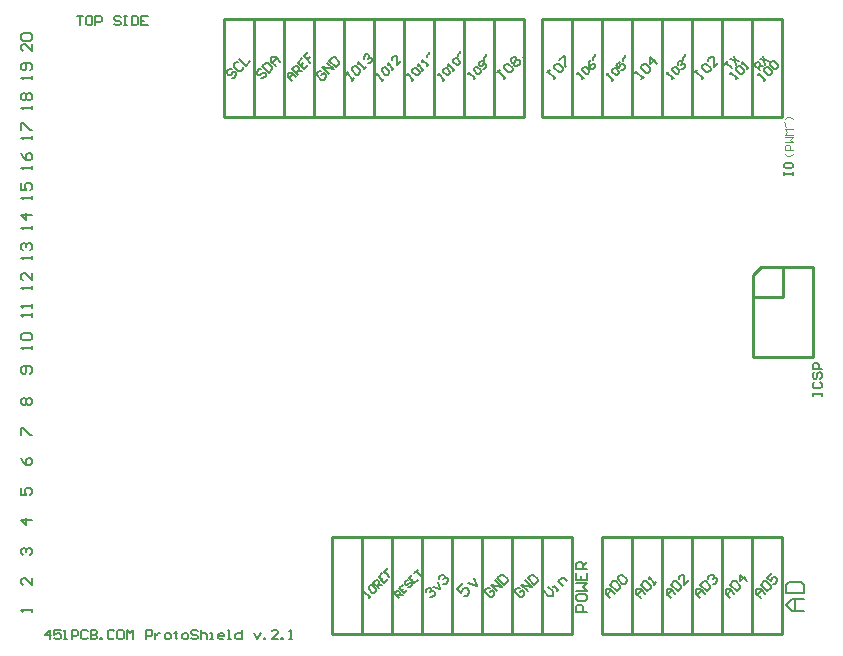
<source format=gto>
%FSTAX23Y23*%
%MOIN*%
%SFA1B1*%

%IPPOS*%
%ADD16C,0.010000*%
%ADD17C,0.007870*%
%ADD18C,0.005910*%
%ADD19C,0.005000*%
%ADD20C,0.005120*%
%ADD21C,0.004920*%
%LNArduino-UNO-ProtoShield-v2.1-1*%
%LPD*%
G54D16*
X0175Y0175D02*
Y0205D01*
X0185Y0175D02*
Y02075D01*
X0195Y0175D02*
Y02075D01*
X0205Y0175D02*
Y02075D01*
X0215Y0175D02*
Y02075D01*
X0225Y0175D02*
Y02075D01*
X0245Y0175D02*
Y02075D01*
X0255Y0175D02*
Y0205D01*
X0069Y0175D02*
Y0205D01*
X0079Y0175D02*
Y02075D01*
X0089Y0175D02*
Y02075D01*
X0099Y0175D02*
Y02075D01*
X0109Y0175D02*
Y02075D01*
X0119Y0175D02*
Y02075D01*
X0129Y0175D02*
Y02075D01*
X0139Y0175D02*
Y02075D01*
X0149Y0175D02*
Y02075D01*
X0159Y0175D02*
Y02075D01*
X0255Y0005D02*
Y0035D01*
X0245Y00025D02*
Y0035D01*
X0235Y00025D02*
Y0035D01*
X0225Y00025D02*
Y0035D01*
X0215Y00025D02*
Y0035D01*
X0205Y00025D02*
Y0035D01*
X0195Y0005D02*
Y0035D01*
X0185Y0005D02*
Y0035D01*
X0175Y00025D02*
Y0035D01*
X0165Y00025D02*
Y0035D01*
X0155Y00025D02*
Y0035D01*
X0145Y00025D02*
Y0035D01*
X0125Y00025D02*
Y0035D01*
X0105Y0005D02*
Y0035D01*
X0115Y00025D02*
Y0035D01*
X0105Y00225D02*
Y0035D01*
X0185*
Y00225D02*
Y0035D01*
Y00025D02*
Y0015D01*
X0105Y00025D02*
Y0015D01*
Y00025D02*
X0185D01*
X0255Y0175D02*
Y01875D01*
X0175Y0175D02*
Y01875D01*
Y0175D02*
X0255D01*
X0175Y0195D02*
Y02075D01*
X0255*
Y0195D02*
Y02075D01*
X0169Y0175D02*
Y01875D01*
X0159Y0175D02*
X0169D01*
X0069D02*
Y01875D01*
Y0175D02*
X0159D01*
X01615Y02075D02*
X0169D01*
X0069Y0195D02*
Y02075D01*
X01615*
X0195Y001D02*
Y0015D01*
X0255Y0005D02*
Y0015D01*
X0195Y00025D02*
Y001D01*
Y00025D02*
X02D01*
X0255*
Y0005*
X0235Y0175D02*
Y02075D01*
X0255Y00225D02*
Y0025D01*
X0195Y00225D02*
Y003D01*
X0205Y0035D02*
X0255D01*
Y0025D02*
Y0035D01*
X0195Y003D02*
Y0035D01*
X0205*
X01689Y0195D02*
X0169D01*
Y02075*
Y0175D02*
Y0205D01*
X0135Y00025D02*
Y0035D01*
X02455Y00948D02*
X02655D01*
Y01248*
X02455Y01148D02*
X02555D01*
Y01248*
X02455Y01223D02*
X0248Y01248D01*
X02655*
X02455Y00948D02*
Y01223D01*
X0255Y00225D02*
Y0025D01*
G54D18*
X019Y001D02*
X01864D01*
Y00117*
X0187Y00123*
X01882*
X01888Y00117*
Y001*
X01864Y00153D02*
Y00141D01*
X0187Y00135*
X01894*
X019Y00141*
Y00153*
X01894Y00159*
X0187*
X01864Y00153*
Y0017D02*
X019D01*
X01888Y00182*
X019Y00194*
X01864*
Y00229D02*
Y00206D01*
X019*
Y00229*
X01882Y00206D02*
Y00218D01*
X019Y00241D02*
X01864D01*
Y00259*
X0187Y00265*
X01882*
X01888Y00259*
Y00241*
Y00253D02*
X019Y00265D01*
X02559Y01555D02*
Y01564D01*
Y01559*
X02586*
Y01555*
Y01564*
X02559Y01591D02*
Y01582D01*
X02563Y01578*
X02582*
X02586Y01582*
Y01591*
X02582Y01596*
X02563*
X02559Y01591*
X02653Y00818D02*
Y00829D01*
Y00824*
X02685*
Y00818*
Y00829*
X02658Y00866D02*
X02653Y0086D01*
Y0085*
X02658Y00845*
X02679*
X02685Y0085*
Y0086*
X02679Y00866*
X02658Y00897D02*
X02653Y00892D01*
Y00881*
X02658Y00876*
X02664*
X02669Y00881*
Y00892*
X02674Y00897*
X02679*
X02685Y00892*
Y00881*
X02679Y00876*
X02685Y00908D02*
X02653D01*
Y00923*
X02658Y00929*
X02669*
X02674Y00923*
Y00908*
X0011Y00007D02*
Y00039D01*
X00094Y00023*
X00115*
X00146Y00039D02*
X00125D01*
Y00023*
X00136Y00028*
X00141*
X00146Y00023*
Y00013*
X00141Y00007*
X00131*
X00125Y00013*
X00157Y00007D02*
X00167D01*
X00162*
Y00039*
X00157Y00034*
X00183Y00007D02*
Y00039D01*
X00199*
X00204Y00034*
Y00023*
X00199Y00018*
X00183*
X00236Y00034D02*
X0023Y00039D01*
X0022*
X00215Y00034*
Y00013*
X0022Y00007*
X0023*
X00236Y00013*
X00246Y00039D02*
Y00007D01*
X00262*
X00267Y00013*
Y00018*
X00262Y00023*
X00246*
X00262*
X00267Y00028*
Y00034*
X00262Y00039*
X00246*
X00278Y00007D02*
Y00013D01*
X00283*
Y00007*
X00278*
X00325Y00034D02*
X0032Y00039D01*
X00309*
X00304Y00034*
Y00013*
X00309Y00007*
X0032*
X00325Y00013*
X00351Y00039D02*
X00341D01*
X00335Y00034*
Y00013*
X00341Y00007*
X00351*
X00356Y00013*
Y00034*
X00351Y00039*
X00367Y00007D02*
Y00039D01*
X00377Y00028*
X00388Y00039*
Y00007*
X0043D02*
Y00039D01*
X00446*
X00451Y00034*
Y00023*
X00446Y00018*
X0043*
X00461Y00028D02*
Y00007D01*
Y00018*
X00467Y00023*
X00472Y00028*
X00477*
X00498Y00007D02*
X00509D01*
X00514Y00013*
Y00023*
X00509Y00028*
X00498*
X00493Y00023*
Y00013*
X00498Y00007*
X0053Y00034D02*
Y00028D01*
X00524*
X00535*
X0053*
Y00013*
X00535Y00007*
X00556D02*
X00566D01*
X00572Y00013*
Y00023*
X00566Y00028*
X00556*
X00551Y00023*
Y00013*
X00556Y00007*
X00603Y00034D02*
X00598Y00039D01*
X00587*
X00582Y00034*
Y00028*
X00587Y00023*
X00598*
X00603Y00018*
Y00013*
X00598Y00007*
X00587*
X00582Y00013*
X00614Y00039D02*
Y00007D01*
Y00023*
X00619Y00028*
X00629*
X00635Y00023*
Y00007*
X00645D02*
X00655D01*
X0065*
Y00028*
X00645*
X00687Y00007D02*
X00676D01*
X00671Y00013*
Y00023*
X00676Y00028*
X00687*
X00692Y00023*
Y00018*
X00671*
X00703Y00007D02*
X00713D01*
X00708*
Y00039*
X00703*
X0075D02*
Y00007D01*
X00734*
X00729Y00013*
Y00023*
X00734Y00028*
X0075*
X00792D02*
X00802Y00007D01*
X00813Y00028*
X00823Y00007D02*
Y00013D01*
X00829*
Y00007*
X00823*
X00871D02*
X0085D01*
X00871Y00028*
Y00034*
X00865Y00039*
X00855*
X0085Y00034*
X00881Y00007D02*
Y00013D01*
X00886*
Y00007*
X00881*
X00907D02*
X00918D01*
X00913*
Y00039*
X00907Y00034*
X00051Y00098D02*
Y0011D01*
Y00104*
X00015*
X00021Y00098*
X02472Y01889D02*
X02479Y01896D01*
X02475Y01892*
X02495Y01873*
X02492Y0187*
X02498Y01876*
Y01915D02*
X02492Y01909D01*
Y01902*
X02505Y01889*
X02511*
X02518Y01896*
Y01902*
X02505Y01915*
X02498*
X02511Y01922D02*
Y01928D01*
X02518Y01935*
X02524*
X02537Y01922*
Y01915*
X02531Y01909*
X02524*
X02511Y01922*
X02378Y01893D02*
X02384Y01899D01*
X02381Y01896*
X024Y01877*
X02397Y01874*
X02404Y0188*
Y01919D02*
X02397Y01912D01*
Y01906*
X0241Y01893*
X02417*
X02423Y01899*
Y01906*
X0241Y01919*
X02404*
X02433Y01909D02*
X02439Y01916D01*
X02436Y01912*
X02417Y01932*
Y01925*
X02261Y01897D02*
X02268Y01904D01*
X02264Y019*
X02287Y01878*
X02283Y01875*
X0229Y01882*
Y01926D02*
X02283Y01919D01*
Y01912*
X02298Y01897*
X02305*
X02313Y01904*
Y01912*
X02298Y01926*
X0229*
X02339Y0193D02*
X02324Y01915D01*
Y01945*
X0232Y01949*
X02313*
X02305Y01941*
Y01934*
X0206Y01896D02*
X02067Y01903D01*
X02064Y01899*
X02086Y01877*
X02082Y01874*
X0209Y01881*
Y01925D02*
X02082Y01918D01*
Y01911*
X02097Y01896*
X02104*
X02112Y01903*
Y01911*
X02097Y01925*
X0209*
X02134D02*
X02112Y01948D01*
Y01925*
X02127Y0194*
X01769Y01897D02*
X01776Y01904D01*
X01772Y019*
X01795Y01878*
X01791Y01875*
X01798Y01882*
Y01926D02*
X01791Y01919D01*
Y01912*
X01806Y01897*
X01813*
X01821Y01904*
Y01912*
X01806Y01926*
X01798*
X01809Y01938D02*
X01824Y01952D01*
X01828Y01949*
Y01919*
X01832Y01915*
X01602Y01897D02*
X0161Y01904D01*
X01606Y019*
X01628Y01878*
X01625Y01875*
X01632Y01882*
Y01926D02*
X01625Y01919D01*
Y01912*
X01639Y01897*
X01647*
X01654Y01904*
Y01912*
X01639Y01926*
X01632*
X01647Y01934D02*
Y01941D01*
X01654Y01949*
X01662*
X01665Y01945*
Y01938*
X01673*
X01676Y01934*
Y01926*
X01669Y01919*
X01662*
X01658Y01923*
Y0193*
X0165*
X01647Y01934*
X01658Y0193D02*
X01665Y01938D01*
X00815Y01907D02*
X00807D01*
X008Y01899*
Y01892*
X00804Y01888*
X00811*
X00818Y01896*
X00826*
X0083Y01892*
Y01885*
X00822Y01877*
X00815*
X00818Y01918D02*
X00841Y01896D01*
X00852Y01907*
Y01914*
X00837Y01929*
X0083*
X00818Y01918*
X00863D02*
X00848Y01933D01*
Y01948*
X00863*
X00878Y01933*
X00867Y01944*
X00852Y01929*
X00716Y01909D02*
X00709D01*
X00701Y01901*
Y01894*
X00705Y0189*
X00713*
X0072Y01898*
X00727*
X00731Y01894*
Y01887*
X00724Y01879*
X00716*
X00739Y01931D02*
X00731D01*
X00724Y01924*
Y01916*
X00739Y01901*
X00746*
X00753Y01909*
Y01916*
X00742Y01942D02*
X00765Y0192D01*
X00779Y01935*
X01363Y00164D02*
Y00171D01*
X0137Y00179*
X01378*
X01381Y00175*
Y00167*
X01378Y00164*
X01381Y00167*
X01389*
X01393Y00164*
Y00156*
X01385Y00149*
X01378*
X01389Y00182D02*
X01411Y00175D01*
X01404Y00197*
X01407Y00208D02*
Y00216D01*
X01415Y00223*
X01422*
X01426Y00219*
Y00212*
X01422Y00208*
X01426Y00212*
X01433*
X01437Y00208*
Y00201*
X0143Y00193*
X01422*
X01757Y00167D02*
X01772Y00153D01*
X01786*
Y00167*
X01772Y00182*
X01801Y00167D02*
X01809Y00175D01*
X01805Y00171*
X0179Y00186*
X01786Y00182*
X0182Y00186D02*
X01805Y00201D01*
X01816Y00212*
X01824*
X01835Y00201*
X01978Y00145D02*
X01963Y0016D01*
Y00175*
X01978*
X01993Y0016*
X01982Y00171*
X01967Y00156*
X01978Y0019D02*
X02Y00167D01*
X02011Y00179*
Y00186*
X01996Y00201*
X01989*
X01978Y0019*
X02004Y00208D02*
Y00216D01*
X02011Y00223*
X02019*
X02034Y00208*
Y00201*
X02026Y00193*
X02019*
X02004Y00208*
X0208Y00145D02*
X02065Y0016D01*
Y00175*
X0208*
X02095Y0016*
X02084Y00171*
X02069Y00156*
X0208Y0019D02*
X02102Y00167D01*
X02114Y00179*
Y00186*
X02099Y00201*
X02091*
X0208Y0019*
X02125D02*
X02132Y00197D01*
X02128Y00193*
X02106Y00216*
Y00208*
X02181Y00145D02*
X02166Y0016D01*
Y00175*
X02181*
X02195Y0016*
X02184Y00171*
X02169Y00156*
X02181Y0019D02*
X02203Y00167D01*
X02214Y00179*
Y00186*
X02199Y00201*
X02192*
X02181Y0019*
X0224Y00205D02*
X02225Y0019D01*
Y00219*
X02221Y00223*
X02214*
X02207Y00216*
Y00208*
X02279Y00145D02*
X02264Y0016D01*
Y00175*
X02279*
X02294Y0016*
X02283Y00171*
X02268Y00156*
X02279Y0019D02*
X02301Y00167D01*
X02312Y00179*
Y00186*
X02298Y00201*
X0229*
X02279Y0019*
X02305Y00208D02*
Y00216D01*
X02312Y00223*
X0232*
X02324Y00219*
Y00212*
X0232Y00208*
X02324Y00212*
X02331*
X02335Y00208*
Y00201*
X02327Y00193*
X0232*
X02377Y00145D02*
X02363Y0016D01*
Y00175*
X02377*
X02392Y0016*
X02381Y00171*
X02366Y00156*
X02377Y0019D02*
X024Y00167D01*
X02411Y00179*
Y00186*
X02396Y00201*
X02389*
X02377Y0019*
X02433Y00201D02*
X02411Y00223D01*
Y00201*
X02426Y00216*
X0248Y00145D02*
X02465Y0016D01*
Y00175*
X0248*
X02495Y0016*
X02484Y00171*
X02469Y00156*
X0248Y0019D02*
X02502Y00167D01*
X02513Y00179*
Y00186*
X02498Y00201*
X02491*
X0248Y0019*
X02517Y00227D02*
X02502Y00212D01*
X02513Y00201*
X02517Y00212*
X02521Y00216*
X02528*
X02535Y00208*
Y00201*
X02528Y00193*
X02521*
X01486Y00194D02*
X01468Y00175D01*
X01482Y00161*
X01486Y00175*
X01491Y0018*
X015*
X01509Y0017*
Y00161*
X015Y00152*
X01491*
X01505Y00194D02*
X01533Y00184D01*
X01523Y00212*
X0005Y00212D02*
Y00188D01*
X00026Y00212*
X0002*
X00014Y00206*
Y00194*
X0002Y00188*
Y00288D02*
X00014Y00294D01*
Y00306*
X0002Y00312*
X00026*
X00032Y00306*
Y003*
Y00306*
X00038Y00312*
X00044*
X0005Y00306*
Y00294*
X00044Y00288*
X0005Y00406D02*
X00014D01*
X00032Y00388*
Y00412*
X00014Y00512D02*
Y00488D01*
X00032*
X00026Y005*
Y00506*
X00032Y00512*
X00044*
X0005Y00506*
Y00494*
X00044Y00488*
X00014Y00612D02*
X0002Y006D01*
X00032Y00588*
X00044*
X0005Y00594*
Y00606*
X00044Y00612*
X00038*
X00032Y00606*
Y00588*
X00014Y00688D02*
Y00712D01*
X0002*
X00044Y00688*
X0005*
X0002Y00788D02*
X00014Y00794D01*
Y00806*
X0002Y00812*
X00026*
X00032Y00806*
X00038Y00812*
X00044*
X0005Y00806*
Y00794*
X00044Y00788*
X00038*
X00032Y00794*
X00026Y00788*
X0002*
X00032Y00794D02*
Y00806D01*
X00044Y00893D02*
X0005Y00899D01*
Y00911*
X00044Y00917*
X0002*
X00014Y00911*
Y00899*
X0002Y00893*
X00026*
X00032Y00899*
Y00917*
X0005Y00975D02*
Y00986D01*
Y0098*
X00014*
X0002Y00975*
Y01004D02*
X00014Y0101D01*
Y01022*
X0002Y01028*
X00044*
X0005Y01022*
Y0101*
X00044Y01004*
X0002*
X00051Y01082D02*
Y01094D01*
Y01088*
X00015*
X00021Y01082*
X00051Y01112D02*
Y01124D01*
Y01118*
X00015*
X00021Y01112*
X0005Y01175D02*
Y01186D01*
Y0118*
X00014*
X0002Y01175*
X0005Y01228D02*
Y01204D01*
X00026Y01228*
X0002*
X00014Y01222*
Y0121*
X0002Y01204*
X0005Y01275D02*
Y01286D01*
Y0128*
X00014*
X0002Y01275*
Y01304D02*
X00014Y0131D01*
Y01322*
X0002Y01328*
X00026*
X00032Y01322*
Y01316*
Y01322*
X00038Y01328*
X00044*
X0005Y01322*
Y0131*
X00044Y01304*
X0005Y01375D02*
Y01386D01*
Y0138*
X00014*
X0002Y01375*
X0005Y01422D02*
X00014D01*
X00032Y01404*
Y01428*
X0005Y01475D02*
Y01486D01*
Y0148*
X00014*
X0002Y01475*
X00014Y01528D02*
Y01504D01*
X00032*
X00026Y01516*
Y01522*
X00032Y01528*
X00044*
X0005Y01522*
Y0151*
X00044Y01504*
X0005Y01575D02*
Y01586D01*
Y0158*
X00014*
X0002Y01575*
X00014Y01628D02*
X0002Y01616D01*
X00032Y01604*
X00044*
X0005Y0161*
Y01622*
X00044Y01628*
X00038*
X00032Y01622*
Y01604*
X0005Y01675D02*
Y01686D01*
Y0168*
X00014*
X0002Y01675*
X00014Y01704D02*
Y01728D01*
X0002*
X00044Y01704*
X0005*
Y01775D02*
Y01786D01*
Y0178*
X00014*
X0002Y01775*
Y01804D02*
X00014Y0181D01*
Y01822*
X0002Y01828*
X00026*
X00032Y01822*
X00038Y01828*
X00044*
X0005Y01822*
Y0181*
X00044Y01804*
X00038*
X00032Y0181*
X00026Y01804*
X0002*
X00032Y0181D02*
Y01822D01*
X0005Y01875D02*
Y01886D01*
Y0188*
X00014*
X0002Y01875*
X00044Y01904D02*
X0005Y0191D01*
Y01922*
X00044Y01928*
X0002*
X00014Y01922*
Y0191*
X0002Y01904*
X00026*
X00032Y0191*
Y01928*
X00051Y01992D02*
Y01968D01*
X00027Y01992*
X00021*
X00015Y01986*
Y01974*
X00021Y01968*
Y02003D02*
X00015Y02009D01*
Y02021*
X00021Y02027*
X00045*
X00051Y02021*
Y02009*
X00045Y02003*
X00021*
G54D17*
X02625Y00102D02*
X02585D01*
X02565Y00122*
X02585Y00141*
X02625*
X02595*
Y00102*
X02565Y00161D02*
X02625D01*
Y0019*
X02615Y002*
X02575*
X02565Y0019*
Y00161*
G54D19*
X02476Y01905D02*
X02458Y01923D01*
X02467Y01932*
X02473*
X02479Y01926*
Y0192*
X0247Y01911*
X02476Y01917D02*
X02488D01*
X02476Y01941D02*
X02506Y01935D01*
X02488Y01953D02*
X02494Y01923D01*
X02359D02*
X02371Y01935D01*
X02365Y01929*
X02383Y01911*
X02377Y01941D02*
X02408Y01935D01*
X0239Y01953D02*
X02396Y01923D01*
X02166Y01892D02*
X02172Y01898D01*
X02169Y01895*
X02188Y01877*
X02185Y01874*
X02191Y0188*
Y01916D02*
X02185Y0191D01*
Y01904*
X02197Y01892*
X02203*
X02209Y01898*
Y01904*
X02197Y01916*
X02191*
X02203Y01922D02*
Y01928D01*
X02209Y01934*
X02215*
X02218Y01931*
Y01925*
X02215Y01922*
X02218Y01925*
X02224*
X02227Y01922*
Y01916*
X02221Y0191*
X02215*
X02221Y0194D02*
Y01946D01*
X02227Y01952*
Y01958*
X01966Y01888D02*
X01972Y01894D01*
X01969Y01891*
X01987Y01873*
X01984Y0187*
X0199Y01876*
Y01912D02*
X01984Y01906D01*
Y019*
X01996Y01888*
X02002*
X02008Y01894*
Y019*
X01996Y01912*
X0199*
X02011Y01933D02*
X01999Y01921D01*
X02008Y01912*
X02011Y01921*
X02014Y01924*
X0202*
X02026Y01918*
Y01912*
X0202Y01906*
X02014*
X0202Y01936D02*
Y01942D01*
X02026Y01948*
Y01954*
X01867Y01892D02*
X01873Y01898D01*
X0187Y01895*
X01888Y01877*
X01885Y01874*
X01891Y0188*
Y01916D02*
X01885Y0191D01*
Y01904*
X01897Y01892*
X01903*
X01909Y01898*
Y01904*
X01897Y01916*
X01891*
X01912Y01937D02*
X01909Y01928D01*
Y01916*
X01915Y0191*
X01922*
X01928Y01916*
Y01922*
X01925Y01925*
X01918*
X01909Y01916*
X01922Y0194D02*
Y01946D01*
X01928Y01952*
Y01958*
X01505Y01892D02*
X01511Y01898D01*
X01508Y01895*
X01526Y01877*
X01523Y01874*
X01529Y0188*
Y01916D02*
X01523Y0191D01*
Y01904*
X01535Y01892*
X01541*
X01547Y01898*
Y01904*
X01535Y01916*
X01529*
X01553Y0191D02*
X01559D01*
X01565Y01916*
Y01922*
X01553Y01934*
X01547*
X01541Y01928*
Y01922*
X01544Y01919*
X0155*
X01559Y01928*
Y0194D02*
Y01946D01*
X01565Y01952*
Y01958*
X01403Y01888D02*
X01409Y01894D01*
X01406Y01891*
X01424Y01873*
X01421Y0187*
X01427Y01876*
Y01912D02*
X01421Y01906D01*
Y019*
X01433Y01888*
X01439*
X01445Y01894*
Y019*
X01433Y01912*
X01427*
X01454Y01903D02*
X0146Y01909D01*
X01457Y01906*
X01439Y01924*
Y01918*
X01454Y01933D02*
Y01939D01*
X0146Y01945*
X01466*
X01478Y01933*
Y01927*
X01472Y01921*
X01466*
X01454Y01933*
X01472Y01951D02*
Y01957D01*
X01478Y01963*
Y01969*
X013Y01888D02*
X01306Y01894D01*
X01303Y01891*
X01321Y01873*
X01318Y0187*
X01324Y01876*
Y01912D02*
X01318Y01906D01*
Y019*
X0133Y01888*
X01336*
X01343Y01894*
Y019*
X0133Y01912*
X01324*
X01352Y01903D02*
X01358Y01909D01*
X01355Y01906*
X01336Y01924*
Y01918*
X01367D02*
X01373Y01924D01*
X0137Y01921*
X01352Y01939*
Y01933*
X01367Y01948D02*
Y01954D01*
X01373Y0196*
Y01966*
X01197Y01889D02*
X01203Y01896D01*
X012Y01892*
X01219Y01873*
X01216Y0187*
X01223Y01876*
Y01915D02*
X01216Y01909D01*
Y01902*
X01229Y01889*
X01236*
X01242Y01896*
Y01902*
X01229Y01915*
X01223*
X01252Y01905D02*
X01258Y01912D01*
X01255Y01909*
X01236Y01928*
Y01922*
X01281Y01935D02*
X01268Y01922D01*
Y01948*
X01265Y01951*
X01258*
X01252Y01944*
Y01938*
X01097Y0189D02*
X01104Y01897D01*
X011Y01894*
X01121Y01873*
X01118Y0187*
X01125Y01877*
Y01918D02*
X01118Y01911D01*
Y01904*
X01132Y0189*
X01138*
X01145Y01897*
Y01904*
X01132Y01918*
X01125*
X01156Y01908D02*
X01163Y01915D01*
X01159Y01911*
X01138Y01932*
Y01925*
X01156Y01943D02*
Y0195D01*
X01163Y01957*
X0117*
X01173Y01953*
Y01946*
X0117Y01943*
X01173Y01946*
X0118*
X01184Y01943*
Y01936*
X01177Y01929*
X0117*
X00917Y01868D02*
X00903Y01882D01*
Y01895*
X00917*
X00931Y01882*
X0092Y01892*
X00906Y01878*
X00938Y01888D02*
X00917Y01909D01*
X00927Y0192*
X00934*
X00941Y01913*
Y01906*
X00931Y01895*
X00938Y01902D02*
X00952D01*
Y01944D02*
X00938Y0193D01*
X00959Y01909*
X00972Y01923*
X00948Y0192D02*
X00955Y01927D01*
X00972Y01965D02*
X00959Y01951D01*
X00969Y01941*
X00976Y01948*
X00969Y01941*
X00979Y0193*
X002Y02086D02*
X0022D01*
X0021*
Y02055*
X00247Y02086D02*
X00236D01*
X00231Y02081*
Y0206*
X00236Y02055*
X00247*
X00252Y0206*
Y02081*
X00247Y02086*
X00262Y02055D02*
Y02086D01*
X00278*
X00283Y02081*
Y0207*
X00278Y02065*
X00262*
X00346Y02081D02*
X00341Y02086D01*
X00331*
X00325Y02081*
Y02076*
X00331Y0207*
X00341*
X00346Y02065*
Y0206*
X00341Y02055*
X00331*
X00325Y0206*
X00357Y02086D02*
X00367D01*
X00362*
Y02055*
X00357*
X00367*
X00383Y02086D02*
Y02055D01*
X00399*
X00404Y0206*
Y02081*
X00399Y02086*
X00383*
X00436D02*
X00415D01*
Y02055*
X00436*
X00415Y0207D02*
X00425D01*
G54D20*
X01015Y01903D02*
X01008D01*
X01001Y01896*
Y01888*
X01015Y01873*
X01023*
X0103Y01881*
Y01888*
X01023Y01896*
X01015Y01888*
X01041Y01892D02*
X01019Y01914D01*
X01056Y01907*
X01034Y01929*
X01041Y01936D02*
X01064Y01914D01*
X01075Y01925*
Y01933*
X0106Y01948*
X01053*
X01041Y01936*
X01677Y00179D02*
X01669D01*
X01662Y00171*
Y00164*
X01677Y00149*
X01684*
X01692Y00156*
Y00164*
X01684Y00171*
X01677Y00164*
X01703Y00167D02*
X01681Y0019D01*
X01718Y00182*
X01695Y00205*
X01703Y00212D02*
X01725Y0019D01*
X01736Y00201*
Y00208*
X01721Y00223*
X01714*
X01703Y00212*
X01155Y00163D02*
X01161Y00169D01*
X01158Y00166*
X01176Y00148*
X01173Y00145*
X01179Y00151*
Y00187D02*
X01173Y00181D01*
Y00175*
X01185Y00163*
X01191*
X01197Y00169*
Y00175*
X01185Y00187*
X01179*
X01206Y00178D02*
X01188Y00196D01*
X01197Y00205*
X01203*
X01209Y00199*
Y00193*
X012Y00184*
X01206Y0019D02*
X01218D01*
Y00227D02*
X01206Y00215D01*
X01224Y00196*
X01236Y00208*
X01215Y00205D02*
X01221Y00212D01*
X01236Y00245D02*
X01224Y00233D01*
X01233Y00224*
X01239Y0023*
X01233Y00224*
X01242Y00215*
X01275Y00145D02*
X01258Y00162D01*
X01266Y0017*
X01272*
X01277Y00165*
Y00159*
X01269Y00151*
X01275Y00156D02*
X01286D01*
Y0019D02*
X01275Y00179D01*
X01291Y00162*
X01302Y00173*
X01283Y0017D02*
X01288Y00176D01*
X01305Y00204D02*
X013D01*
X01294Y00198*
Y00192*
X01297Y0019*
X01302*
X01308Y00195*
X01313*
X01316Y00192*
Y00187*
X01311Y00181*
X01305*
X01319Y00223D02*
X01308Y00212D01*
X01325Y00195*
X01336Y00206*
X01316Y00204D02*
X01322Y00209D01*
X01325Y00229D02*
X01336Y0024D01*
X0133Y00234*
X01347Y00218*
X01577Y00179D02*
X01569D01*
X01562Y00171*
Y00164*
X01577Y00149*
X01584*
X01591Y00156*
Y00164*
X01584Y00171*
X01577Y00164*
X01602Y00167D02*
X0158Y0019D01*
X01617Y00182*
X01595Y00205*
X01602Y00212D02*
X01625Y0019D01*
X01636Y00201*
Y00208*
X01621Y00223*
X01614*
X01602Y00212*
G54D21*
X02586Y01626D02*
X02578Y01618D01*
X02569*
X02561Y01626*
X02586Y01639D02*
X02561D01*
Y01652*
X02565Y01656*
X02573*
X02578Y01652*
Y01639*
X02561Y01665D02*
X02586D01*
X02578Y01673*
X02586Y01682*
X02561*
X02586Y0169D02*
X02561D01*
X02569Y01699*
X02561Y01707*
X02586*
X02565Y01716D02*
X02561Y0172D01*
Y01728*
X02556Y01733*
X02586Y01741D02*
X02578Y0175D01*
X02569*
X02561Y01741*
M02*

</source>
